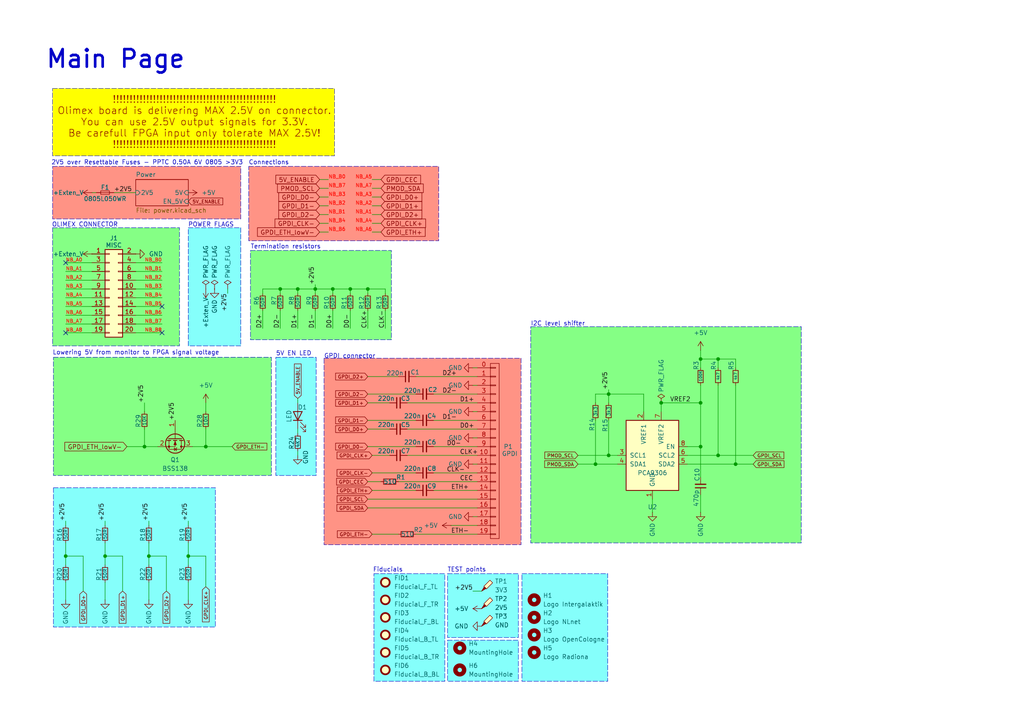
<source format=kicad_sch>
(kicad_sch (version 20250114) (generator "eeschema") (generator_version "9.0")
  (paper "A4")
  (title_block (title "${project_name} ${project_version}") (date "2024-12-02") (rev "${project_version}") (company "${project_creator}") (comment 1 "${project_license}"))
  (rectangle (start 15.494 141.478) (end 62.484 181.864) (stroke (width 0.127) (type dash)) (fill (type color) (color 0 255 246 0.48)))
  (rectangle (start 93.98 103.886) (end 151.13 157.988) (stroke (width 0.127) (type dash)) (fill (type color) (color 255 30 0 0.48)))
  (rectangle (start 15.494 103.632) (end 78.74 137.922) (stroke (width 0.127) (type dash)) (fill (type color) (color 2 255 0 0.48)))
  (rectangle (start 108.458 166.37) (end 129.032 197.612) (stroke (width 0.127) (type dash)) (fill (type color) (color 0 255 246 0.48)))
  (rectangle (start 151.384 166.37) (end 176.276 197.612) (stroke (width 0.127) (type dash)) (fill (type color) (color 0 255 246 0.48)))
  (rectangle (start 80.01 103.632) (end 91.694 137.922) (stroke (width 0.127) (type dash)) (fill (type color) (color 0 255 246 0.48)))
  (rectangle (start 15.24 48.26) (end 69.85 63.5) (stroke (width 0.127) (type dash)) (fill (type color) (color 255 30 0 0.48)))
  (rectangle (start 15.24 66.04) (end 52.07 100.33) (stroke (width 0.127) (type dash)) (fill (type color) (color 2 255 0 0.48)))
  (rectangle (start 72.136 48.26) (end 127.254 69.85) (stroke (width 0.127) (type dash)) (fill (type color) (color 255 30 0 0.48)))
  (rectangle (start 129.794 185.674) (end 150.368 197.612) (stroke (width 0.127) (type dash)) (fill (type color) (color 0 255 246 0.48)))
  (rectangle (start 153.924 94.742) (end 232.41 157.48) (stroke (width 0.127) (type dash)) (fill (type color) (color 2 255 0 0.48)))
  (rectangle (start 129.794 166.37) (end 150.368 184.912) (stroke (width 0.127) (type dash)) (fill (type color) (color 0 255 246 0.48)))
  (rectangle (start 54.61 66.04) (end 69.85 100.33) (stroke (width 0.127) (type dash)) (fill (type color) (color 0 255 246 0.48)))
  (rectangle (start 72.644 72.644) (end 113.538 98.552) (stroke (width 0.127) (type dash)) (fill (type color) (color 2 255 0 0.48)))
  (rectangle (start 15.24 25.654) (end 97.028 45.212) (stroke (width 0.127) (type dash)) (fill (type color) (color 255 255 0 1)))
  (text "TEST points" (at 135.382 165.354 0) (effects (font (size 1.27 1.27))))
  (text "POWER FLAGS" (at 61.214 65.278 0) (effects (font (size 1.27 1.27))))
  (text "2V5 over Resettable Fuses - PPTC 0.50A 6V 0805 >3V3 " (at 43.18 47.244 0) (effects (font (size 1.27 1.27))))
  (text "!!!!!!!!!!!!!!!!!!!!!!!!!!!!!!!!!!!!!!!!!!!!!!!!!\nOlimex board is delivering MAX 2.5V on connector.\nYou can use 2.5V output signals for 3.3V.\nBe carefull FPGA input only tolerate MAX 2.5V!\n!!!!!!!!!!!!!!!!!!!!!!!!!!!!!!!!!!!!!!!!!!!!!!!!!" (at 56.388 35.56 0) (effects (font (size 2.032 2.032))))
  (text "Termination resistors" (at 72.644 72.39 0) (effects (font (size 1.27 1.27)) (justify left bottom)))
  (text "GPDI connector" (at 93.98 104.14 0) (effects (font (size 1.27 1.27)) (justify left bottom)))
  (text "Fiducials" (at 112.522 165.354 0) (effects (font (size 1.27 1.27))))
  (text "I2C level shifter" (at 153.924 94.742 0) (effects (font (size 1.27 1.27)) (justify left bottom)))
  (text "Lowering 5V from monitor to FPGA signal voltage" (at 15.24 103.124 0) (effects (font (size 1.27 1.27)) (justify left bottom)))
  (text "OLIMEX CONNECTOR" (at 24.638 65.278 0) (effects (font (size 1.27 1.27))))
  (text "Connections" (at 77.978 47.244 0) (effects (font (size 1.27 1.27))))
  (text "5V EN LED" (at 80.01 103.378 0) (effects (font (size 1.27 1.27)) (justify left bottom)))
  (text "Main Page" (at 33.528 17.272 0) (effects (font (size 5.08 5.08) (thickness 0.762) (bold yes))))
  (junction (at 41.91 129.54))
  (junction (at 81.28 83.82))
  (junction (at 96.52 83.82))
  (junction (at 91.44 83.82))
  (junction (at 176.53 114.3))
  (junction (at 172.72 134.62))
  (junction (at 208.28 132.08))
  (junction (at 86.36 83.82))
  (junction (at 213.36 134.62))
  (junction (at 191.77 116.84))
  (junction (at 59.69 129.54))
  (junction (at 203.2 116.84))
  (junction (at 176.53 132.08))
  (junction (at 54.61 161.29))
  (junction (at 30.48 161.29))
  (junction (at 101.6 83.82))
  (junction (at 208.28 104.14))
  (junction (at 43.18 161.29))
  (junction (at 203.2 104.14))
  (junction (at 203.2 129.54))
  (junction (at 19.05 161.29))
  (junction (at 106.68 83.82))
  (no_connect (at 46.99 88.9))
  (no_connect (at 19.05 96.52))
  (no_connect (at 19.05 76.2))
  (no_connect (at 46.99 96.52))
  (wire (pts (xy 92.71 67.31) (xy 95.25 67.31)))
  (wire (pts (xy 106.68 147.32) (xy 138.43 147.32)))
  (wire (pts (xy 86.36 115.57) (xy 86.36 116.84)))
  (wire (pts (xy 106.68 90.17) (xy 106.68 95.25)))
  (wire (pts (xy 59.69 119.38) (xy 59.69 116.84)))
  (wire (pts (xy 208.28 106.68) (xy 208.28 104.14)))
  (wire (pts (xy 24.13 161.29) (xy 24.13 171.45)))
  (wire (pts (xy 92.71 54.61) (xy 95.25 54.61)))
  (wire (pts (xy 35.56 161.29) (xy 35.56 171.45)))
  (wire (pts (xy 91.44 90.17) (xy 91.44 95.25)))
  (wire (pts (xy 125.73 121.92) (xy 138.43 121.92)))
  (wire (pts (xy 107.95 59.69) (xy 110.49 59.69)))
  (wire (pts (xy 39.37 93.98) (xy 46.99 93.98)))
  (wire (pts (xy 33.02 55.88) (xy 39.37 55.88)))
  (wire (pts (xy 96.52 90.17) (xy 96.52 95.25)))
  (wire (pts (xy 76.2 83.82) (xy 81.28 83.82)))
  (wire (pts (xy 107.95 54.61) (xy 110.49 54.61)))
  (wire (pts (xy 39.37 88.9) (xy 46.99 88.9)))
  (wire (pts (xy 176.53 113.03) (xy 176.53 114.3)))
  (wire (pts (xy 107.95 154.94) (xy 115.57 154.94)))
  (wire (pts (xy 138.43 111.76) (xy 137.16 111.76)))
  (wire (pts (xy 59.69 161.29) (xy 59.69 170.18)))
  (wire (pts (xy 107.95 67.31) (xy 110.49 67.31)))
  (wire (pts (xy 208.28 111.76) (xy 208.28 132.08)))
  (wire (pts (xy 137.16 127) (xy 138.43 127)))
  (wire (pts (xy 115.57 139.7) (xy 138.43 139.7)))
  (wire (pts (xy 176.53 114.3) (xy 186.69 114.3)))
  (wire (pts (xy 203.2 143.51) (xy 203.2 148.59)))
  (wire (pts (xy 19.05 91.44) (xy 26.67 91.44)))
  (wire (pts (xy 138.43 149.86) (xy 137.16 149.86)))
  (wire (pts (xy 41.91 129.54) (xy 45.72 129.54)))
  (wire (pts (xy 48.26 161.29) (xy 48.26 171.45)))
  (wire (pts (xy 92.71 64.77) (xy 95.25 64.77)))
  (wire (pts (xy 54.61 152.4) (xy 54.61 151.13)))
  (wire (pts (xy 54.61 161.29) (xy 54.61 163.83)))
  (wire (pts (xy 120.65 109.22) (xy 138.43 109.22)))
  (wire (pts (xy 19.05 88.9) (xy 26.67 88.9)))
  (wire (pts (xy 96.52 85.09) (xy 96.52 83.82)))
  (wire (pts (xy 137.16 171.45) (xy 139.7 171.45)))
  (wire (pts (xy 59.69 129.54) (xy 67.31 129.54)))
  (wire (pts (xy 86.36 85.09) (xy 86.36 83.82)))
  (wire (pts (xy 107.95 132.08) (xy 113.03 132.08)))
  (wire (pts (xy 107.95 62.23) (xy 110.49 62.23)))
  (wire (pts (xy 81.28 90.17) (xy 81.28 95.25)))
  (wire (pts (xy 120.65 129.54) (xy 106.68 129.54)))
  (wire (pts (xy 43.18 168.91) (xy 43.18 173.99)))
  (wire (pts (xy 203.2 111.76) (xy 203.2 116.84)))
  (wire (pts (xy 19.05 83.82) (xy 26.67 83.82)))
  (wire (pts (xy 19.05 168.91) (xy 19.05 173.99)))
  (wire (pts (xy 101.6 83.82) (xy 106.68 83.82)))
  (wire (pts (xy 76.2 85.09) (xy 76.2 83.82)))
  (wire (pts (xy 41.91 124.46) (xy 41.91 129.54)))
  (wire (pts (xy 138.43 134.62) (xy 137.16 134.62)))
  (wire (pts (xy 106.68 139.7) (xy 110.49 139.7)))
  (wire (pts (xy 39.37 86.36) (xy 46.99 86.36)))
  (wire (pts (xy 39.37 83.82) (xy 46.99 83.82)))
  (wire (pts (xy 172.72 116.84) (xy 172.72 114.3)))
  (wire (pts (xy 125.73 137.16) (xy 138.43 137.16)))
  (wire (pts (xy 30.48 152.4) (xy 30.48 151.13)))
  (wire (pts (xy 191.77 116.84) (xy 191.77 119.38)))
  (wire (pts (xy 176.53 121.92) (xy 176.53 132.08)))
  (wire (pts (xy 106.68 85.09) (xy 106.68 83.82)))
  (wire (pts (xy 19.05 93.98) (xy 26.67 93.98)))
  (wire (pts (xy 101.6 90.17) (xy 101.6 95.25)))
  (wire (pts (xy 19.05 96.52) (xy 26.67 96.52)))
  (wire (pts (xy 120.65 154.94) (xy 138.43 154.94)))
  (wire (pts (xy 118.11 124.46) (xy 138.43 124.46)))
  (wire (pts (xy 91.44 82.55) (xy 91.44 83.82)))
  (wire (pts (xy 41.91 119.38) (xy 41.91 116.84)))
  (wire (pts (xy 55.88 129.54) (xy 59.69 129.54)))
  (wire (pts (xy 39.37 81.28) (xy 46.99 81.28)))
  (wire (pts (xy 125.73 129.54) (xy 138.43 129.54)))
  (wire (pts (xy 113.03 116.84) (xy 106.68 116.84)))
  (wire (pts (xy 39.37 91.44) (xy 46.99 91.44)))
  (wire (pts (xy 30.48 161.29) (xy 30.48 163.83)))
  (wire (pts (xy 36.83 129.54) (xy 41.91 129.54)))
  (wire (pts (xy 59.69 124.46) (xy 59.69 129.54)))
  (wire (pts (xy 138.43 119.38) (xy 137.16 119.38)))
  (wire (pts (xy 199.39 134.62) (xy 213.36 134.62)))
  (wire (pts (xy 118.11 132.08) (xy 138.43 132.08)))
  (wire (pts (xy 176.53 132.08) (xy 179.07 132.08)))
  (wire (pts (xy 43.18 152.4) (xy 43.18 151.13)))
  (wire (pts (xy 107.95 52.07) (xy 110.49 52.07)))
  (wire (pts (xy 39.37 76.2) (xy 46.99 76.2)))
  (wire (pts (xy 19.05 81.28) (xy 26.67 81.28)))
  (wire (pts (xy 48.26 161.29) (xy 43.18 161.29)))
  (wire (pts (xy 213.36 134.62) (xy 218.44 134.62)))
  (wire (pts (xy 91.44 83.82) (xy 91.44 85.09)))
  (wire (pts (xy 106.68 109.22) (xy 115.57 109.22)))
  (wire (pts (xy 81.28 85.09) (xy 81.28 83.82)))
  (wire (pts (xy 213.36 111.76) (xy 213.36 134.62)))
  (wire (pts (xy 86.36 124.46) (xy 86.36 125.73)))
  (wire (pts (xy 191.77 116.84) (xy 203.2 116.84)))
  (wire (pts (xy 39.37 96.52) (xy 46.99 96.52)))
  (wire (pts (xy 138.43 152.4) (xy 130.81 152.4)))
  (wire (pts (xy 59.69 161.29) (xy 54.61 161.29)))
  (wire (pts (xy 24.13 161.29) (xy 19.05 161.29)))
  (wire (pts (xy 92.71 57.15) (xy 95.25 57.15)))
  (wire (pts (xy 213.36 106.68) (xy 213.36 104.14)))
  (wire (pts (xy 19.05 157.48) (xy 19.05 161.29)))
  (wire (pts (xy 106.68 83.82) (xy 111.76 83.82)))
  (wire (pts (xy 138.43 106.68) (xy 137.16 106.68)))
  (wire (pts (xy 86.36 83.82) (xy 91.44 83.82)))
  (wire (pts (xy 203.2 116.84) (xy 203.2 129.54)))
  (wire (pts (xy 30.48 157.48) (xy 30.48 161.29)))
  (wire (pts (xy 176.53 114.3) (xy 176.53 116.84)))
  (wire (pts (xy 19.05 76.2) (xy 26.67 76.2)))
  (wire (pts (xy 213.36 104.14) (xy 208.28 104.14)))
  (wire (pts (xy 199.39 132.08) (xy 208.28 132.08)))
  (wire (pts (xy 54.61 168.91) (xy 54.61 173.99)))
  (wire (pts (xy 107.95 57.15) (xy 110.49 57.15)))
  (wire (pts (xy 66.04 83.82) (xy 66.04 85.09)))
  (wire (pts (xy 95.25 52.07) (xy 92.71 52.07)))
  (wire (pts (xy 111.76 90.17) (xy 111.76 95.25)))
  (wire (pts (xy 186.69 119.38) (xy 186.69 114.3)))
  (wire (pts (xy 107.95 137.16) (xy 120.65 137.16)))
  (wire (pts (xy 26.67 55.88) (xy 27.94 55.88)))
  (wire (pts (xy 189.23 148.59) (xy 189.23 144.78)))
  (wire (pts (xy 107.95 64.77) (xy 110.49 64.77)))
  (wire (pts (xy 54.61 157.48) (xy 54.61 161.29)))
  (wire (pts (xy 91.44 83.82) (xy 96.52 83.82)))
  (wire (pts (xy 172.72 121.92) (xy 172.72 134.62)))
  (wire (pts (xy 208.28 104.14) (xy 203.2 104.14)))
  (wire (pts (xy 86.36 130.81) (xy 86.36 132.08)))
  (wire (pts (xy 172.72 134.62) (xy 179.07 134.62)))
  (wire (pts (xy 92.71 59.69) (xy 95.25 59.69)))
  (wire (pts (xy 106.68 121.92) (xy 120.65 121.92)))
  (wire (pts (xy 120.65 114.3) (xy 106.68 114.3)))
  (wire (pts (xy 199.39 129.54) (xy 203.2 129.54)))
  (wire (pts (xy 39.37 78.74) (xy 46.99 78.74)))
  (wire (pts (xy 81.28 83.82) (xy 86.36 83.82)))
  (wire (pts (xy 106.68 144.78) (xy 138.43 144.78)))
  (wire (pts (xy 101.6 85.09) (xy 101.6 83.82)))
  (wire (pts (xy 203.2 129.54) (xy 203.2 138.43)))
  (wire (pts (xy 125.73 114.3) (xy 138.43 114.3)))
  (wire (pts (xy 172.72 114.3) (xy 176.53 114.3)))
  (wire (pts (xy 203.2 101.6) (xy 203.2 104.14)))
  (wire (pts (xy 76.2 90.17) (xy 76.2 95.25)))
  (wire (pts (xy 167.64 134.62) (xy 172.72 134.62)))
  (wire (pts (xy 30.48 168.91) (xy 30.48 173.99)))
  (wire (pts (xy 35.56 161.29) (xy 30.48 161.29)))
  (wire (pts (xy 111.76 83.82) (xy 111.76 85.09)))
  (wire (pts (xy 19.05 78.74) (xy 26.67 78.74)))
  (wire (pts (xy 118.11 116.84) (xy 138.43 116.84)))
  (wire (pts (xy 19.05 86.36) (xy 26.67 86.36)))
  (wire (pts (xy 86.36 90.17) (xy 86.36 95.25)))
  (wire (pts (xy 125.73 142.24) (xy 138.43 142.24)))
  (wire (pts (xy 107.95 142.24) (xy 120.65 142.24)))
  (wire (pts (xy 19.05 152.4) (xy 19.05 151.13)))
  (wire (pts (xy 43.18 161.29) (xy 43.18 163.83)))
  (wire (pts (xy 167.64 132.08) (xy 176.53 132.08)))
  (wire (pts (xy 43.18 157.48) (xy 43.18 161.29)))
  (wire (pts (xy 203.2 104.14) (xy 203.2 106.68)))
  (wire (pts (xy 19.05 161.29) (xy 19.05 163.83)))
  (wire (pts (xy 208.28 132.08) (xy 218.44 132.08)))
  (wire (pts (xy 96.52 83.82) (xy 101.6 83.82)))
  (wire (pts (xy 92.71 62.23) (xy 95.25 62.23)))
  (wire (pts (xy 113.03 124.46) (xy 106.68 124.46)))
  (label "NB_A2" (at 107.95 59.69 180) (effects (font (size 1.016 1.016))))
  (label "NB_B4" (at 95.25 64.77 0) (effects (font (size 1.016 1.016))))
  (label "CLK+" (at 133.35 132.08 0))
  (label "D2+" (at 76.2 95.25 90))
  (label "D1-" (at 91.44 95.25 90))
  (label "NB_B5" (at 46.99 88.9 180) (effects (font (size 1.016 1.016))))
  (label "D1+" (at 86.36 95.25 90))
  (label "NB_A7" (at 19.05 93.98 0) (effects (font (size 1.016 1.016))))
  (label "+2V5" (at 19.05 151.13 90))
  (label "NB_B4" (at 46.99 86.36 180) (effects (font (size 1.016 1.016))))
  (label "NB_A8" (at 19.05 96.52 0) (effects (font (size 1.016 1.016))))
  (label "+2V5" (at 54.61 151.13 90))
  (label "D1-" (at 128.27 121.92 0))
  (label "ETH-" (at 130.81 154.94 0))
  (label "NB_B7" (at 95.25 54.61 0) (effects (font (size 1.016 1.016))))
  (label "+2V5" (at 43.18 151.13 90))
  (label "D2+" (at 128.27 109.22 0))
  (label "D0-" (at 129.54 129.54 0))
  (label "CEC" (at 133.35 139.7 0))
  (label "NB_B6" (at 95.25 67.31 0) (effects (font (size 1.016 1.016))))
  (label "D0-" (at 101.6 95.25 90))
  (label "+2V5" (at 91.44 82.55 90))
  (label "NB_B8" (at 46.99 96.52 180) (effects (font (size 1.016 1.016))))
  (label "+2V5" (at 176.53 113.03 90))
  (label "NB_A6" (at 19.05 91.44 0) (effects (font (size 1.016 1.016))))
  (label "NB_A7" (at 107.95 54.61 180) (effects (font (size 1.016 1.016))))
  (label "NB_A5" (at 19.05 88.9 0) (effects (font (size 1.016 1.016))))
  (label "D2-" (at 128.27 114.3 0))
  (label "NB_A2" (at 19.05 81.28 0) (effects (font (size 1.016 1.016))))
  (label "NB_A6" (at 107.95 67.31 180) (effects (font (size 1.016 1.016))))
  (label "NB_A4" (at 107.95 64.77 180) (effects (font (size 1.016 1.016))))
  (label "+2V5" (at 41.91 116.84 90))
  (label "NB_A3" (at 107.95 57.15 180) (effects (font (size 1.016 1.016))))
  (label "NB_B2" (at 46.99 81.28 180) (effects (font (size 1.016 1.016))))
  (label "NB_B6" (at 46.99 91.44 180) (effects (font (size 1.016 1.016))))
  (label "NB_B7" (at 46.99 93.98 180) (effects (font (size 1.016 1.016))))
  (label "+2V5" (at 66.04 85.09 270))
  (label "NB_B3" (at 95.25 57.15 0) (effects (font (size 1.016 1.016))))
  (label "VREF2" (at 194.31 116.84 0))
  (label "D1+" (at 133.35 116.84 0))
  (label "NB_A1" (at 19.05 78.74 0) (effects (font (size 1.016 1.016))))
  (label "+2V5" (at 33.02 55.88 0))
  (label "NB_B1" (at 46.99 78.74 180) (effects (font (size 1.016 1.016))))
  (label "NB_A4" (at 19.05 86.36 0) (effects (font (size 1.016 1.016))))
  (label "NB_B3" (at 46.99 83.82 180) (effects (font (size 1.016 1.016))))
  (label "+2V5" (at 50.8 121.92 90))
  (label "NB_B2" (at 95.25 59.69 0) (effects (font (size 1.016 1.016))))
  (label "D0+" (at 96.52 95.25 90))
  (label "NB_A3" (at 19.05 83.82 0) (effects (font (size 1.016 1.016))))
  (label "ETH+" (at 130.81 142.24 0))
  (label "CLK-" (at 129.54 137.16 0))
  (label "CLK+" (at 106.68 95.25 90))
  (label "NB_B1" (at 95.25 62.23 0) (effects (font (size 1.016 1.016))))
  (label "D2-" (at 81.28 95.25 90))
  (label "+2V5" (at 30.48 151.13 90))
  (label "NB_A1" (at 107.95 62.23 180) (effects (font (size 1.016 1.016))))
  (label "+2V5" (at 137.16 171.45 180))
  (label "D0+" (at 133.35 124.46 0))
  (label "CLK-" (at 111.76 95.25 90))
  (label "NB_B0" (at 46.99 76.2 180) (effects (font (size 1.016 1.016))))
  (label "NB_B0" (at 95.25 52.07 0) (effects (font (size 1.016 1.016))))
  (label "NB_A0" (at 19.05 76.2 0) (effects (font (size 1.016 1.016))))
  (label "NB_A5" (at 107.95 52.07 180) (effects (font (size 1.016 1.016))))
  (global_label "GPDI_CLK-" (shape input) (at 92.71 64.77 180) (property "Intersheetrefs" "${INTERSHEET_REFS}" (effects (hide yes))))
  (global_label "GPDI_D2-" (shape input) (at 106.68 114.3 180) (effects (font (size 1 1))) (property "Intersheetrefs" "${INTERSHEET_REFS}" (effects (hide yes))))
  (global_label "GPDI_SCL" (shape input) (at 218.44 132.08 0) (effects (font (size 1 1))) (property "Intersheetrefs" "${INTERSHEET_REFS}" (effects (hide yes))))
  (global_label "GPDI_D1+" (shape input) (at 106.68 116.84 180) (effects (font (size 1 1))) (property "Intersheetrefs" "${INTERSHEET_REFS}" (effects (hide yes))))
  (global_label "GPDI_ETH+" (shape input) (at 107.95 142.24 180) (effects (font (size 1 1))) (property "Intersheetrefs" "${INTERSHEET_REFS}" (effects (hide yes))))
  (global_label "GPDI_CLK+" (shape input) (at 107.95 132.08 180) (effects (font (size 1 1))) (property "Intersheetrefs" "${INTERSHEET_REFS}" (effects (hide yes))))
  (global_label "GPDI_D2-" (shape input) (at 92.71 62.23 180) (property "Intersheetrefs" "${INTERSHEET_REFS}" (effects (hide yes))))
  (global_label "GPDI_SDA" (shape input) (at 218.44 134.62 0) (effects (font (size 1 1))) (property "Intersheetrefs" "${INTERSHEET_REFS}" (effects (hide yes))))
  (global_label "GPDI_D2+" (shape input) (at 48.26 171.45 270) (effects (font (size 1 1))) (property "Intersheetrefs" "${INTERSHEET_REFS}" (effects (hide yes))))
  (global_label "GPDI_D1+" (shape input) (at 35.56 171.45 270) (effects (font (size 1 1))) (property "Intersheetrefs" "${INTERSHEET_REFS}" (effects (hide yes))))
  (global_label "GPDI_D1-" (shape input) (at 106.68 121.92 180) (effects (font (size 1 1))) (property "Intersheetrefs" "${INTERSHEET_REFS}" (effects (hide yes))))
  (global_label "5V_ENABLE" (shape input) (at 54.61 58.42 0) (effects (font (size 1 1))) (property "Intersheetrefs" "${INTERSHEET_REFS}" (effects (hide yes))))
  (global_label "GPDI_ETH-" (shape input) (at 67.31 129.54 0) (effects (font (size 1 1))) (property "Intersheetrefs" "${INTERSHEET_REFS}" (effects (hide yes))))
  (global_label "GPDI_CEC" (shape input) (at 106.68 139.7 180) (effects (font (size 1 1))) (property "Intersheetrefs" "${INTERSHEET_REFS}" (effects (hide yes))))
  (global_label "PMOD_SCL" (shape input) (at 167.64 132.08 180) (effects (font (size 1 1))) (property "Intersheetrefs" "${INTERSHEET_REFS}" (effects (hide yes))))
  (global_label "GPDI_D1+" (shape input) (at 110.49 59.69 0) (property "Intersheetrefs" "${INTERSHEET_REFS}" (effects (hide yes))))
  (global_label "GPDI_CEC" (shape input) (at 110.49 52.07 0) (property "Intersheetrefs" "${INTERSHEET_REFS}" (effects (hide yes))))
  (global_label "GPDI_D0-" (shape input) (at 106.68 129.54 180) (effects (font (size 1 1))) (property "Intersheetrefs" "${INTERSHEET_REFS}" (effects (hide yes))))
  (global_label "5V_ENABLE" (shape input) (at 86.36 115.57 90) (effects (font (size 1 1))) (property "Intersheetrefs" "${INTERSHEET_REFS}" (effects (hide yes))))
  (global_label "GPDI_CLK+" (shape input) (at 59.69 170.18 270) (effects (font (size 1 1))) (property "Intersheetrefs" "${INTERSHEET_REFS}" (effects (hide yes))))
  (global_label "GPDI_D0+" (shape input) (at 106.68 124.46 180) (effects (font (size 1 1))) (property "Intersheetrefs" "${INTERSHEET_REFS}" (effects (hide yes))))
  (global_label "GPDI_ETH-" (shape input) (at 107.95 154.94 180) (effects (font (size 1 1))) (property "Intersheetrefs" "${INTERSHEET_REFS}" (effects (hide yes))))
  (global_label "GPDI_SCL" (shape input) (at 106.68 144.78 180) (effects (font (size 1 1))) (property "Intersheetrefs" "${INTERSHEET_REFS}" (effects (hide yes))))
  (global_label "GPDI_D0+" (shape input) (at 110.49 57.15 0) (property "Intersheetrefs" "${INTERSHEET_REFS}" (effects (hide yes))))
  (global_label "GPDI_D0-" (shape input) (at 92.71 57.15 180) (property "Intersheetrefs" "${INTERSHEET_REFS}" (effects (hide yes))))
  (global_label "PMOD_SDA" (shape input) (at 110.49 54.61 0) (property "Intersheetrefs" "${INTERSHEET_REFS}" (effects (hide yes))))
  (global_label "PMOD_SDA" (shape input) (at 167.64 134.62 180) (effects (font (size 1 1))) (property "Intersheetrefs" "${INTERSHEET_REFS}" (effects (hide yes))))
  (global_label "GPDI_D2+" (shape input) (at 110.49 62.23 0) (property "Intersheetrefs" "${INTERSHEET_REFS}" (effects (hide yes))))
  (global_label "GPDI_CLK-" (shape input) (at 107.95 137.16 180) (effects (font (size 1 1))) (property "Intersheetrefs" "${INTERSHEET_REFS}" (effects (hide yes))))
  (global_label "PMOD_SCL" (shape input) (at 92.71 54.61 180) (property "Intersheetrefs" "${INTERSHEET_REFS}" (effects (hide yes))))
  (global_label "GPDI_CLK+" (shape input) (at 110.49 64.77 0) (property "Intersheetrefs" "${INTERSHEET_REFS}" (effects (hide yes))))
  (global_label "GPDI_D0+" (shape input) (at 24.13 171.45 270) (effects (font (size 1 1))) (property "Intersheetrefs" "${INTERSHEET_REFS}" (effects (hide yes))))
  (global_label "GPDI_SDA" (shape input) (at 106.68 147.32 180) (effects (font (size 1 1))) (property "Intersheetrefs" "${INTERSHEET_REFS}" (effects (hide yes))))
  (global_label "GPDI_ETH_lowV-" (shape input) (at 92.71 67.31 180) (property "Intersheetrefs" "${INTERSHEET_REFS}" (effects (hide yes))))
  (global_label "GPDI_ETH_lowV-" (shape input) (at 36.83 129.54 180) (property "Intersheetrefs" "${INTERSHEET_REFS}" (effects (hide yes))))
  (global_label "GPDI_ETH+" (shape input) (at 110.49 67.31 0) (property "Intersheetrefs" "${INTERSHEET_REFS}" (effects (hide yes))))
  (global_label "GPDI_D2+" (shape input) (at 106.68 109.22 180) (effects (font (size 1 1))) (property "Intersheetrefs" "${INTERSHEET_REFS}" (effects (hide yes))))
  (global_label "5V_ENABLE" (shape input) (at 92.71 52.07 180) (property "Intersheetrefs" "${INTERSHEET_REFS}" (effects (hide yes))))
  (global_label "GPDI_D1-" (shape input) (at 92.71 59.69 180) (property "Intersheetrefs" "${INTERSHEET_REFS}" (effects (hide yes))))
  (symbol (lib_id "Interface:PCA9306") (at 189.23 132.08 0) (unit 1)
    (property "Reference" "U1" (at 189.23 147.0406 0))
    (property "Value" "PCA9306" (at 189.23 137.16 0))
    (property "Footprint" "Package_SO:SSOP-8_2.95x2.8mm_P0.65mm" (effects (hide yes)))
    (property "Datasheet" "http://www.ti.com/lit/ds/symlink/pca9306.pdf" (effects (hide yes)))
    (property "Mouser" "https://hr.mouser.com/ProductDetail/NXP-Semiconductors/PCA9306DC1125?qs=%2Fha2pyFadujsM6%2FXSsLv3WEjAzBZyfPCrGhhHVyXfdU%3D" (effects (hide yes)))
    (instances (project "GPDI_ULX3S" (path "" (reference "U2") (unit 1))) (project "" (path "" (reference "U1") (unit 1))))
  )
  (symbol (lib_id "Device:R_Small") (at 43.18 154.94 180) (unit 1)
    (property "Reference" "R18" (at 41.402 153.162 90) (effects (justify left)))
    (property "Value" "50R" (at 43.18 153.416 90) (effects (font (size 1 1)) (justify left)))
    (property "Footprint" "Resistor_SMD:R_0402_1005Metric" (effects (hide yes)))
    (property "Description" "Resistor, small symbol" (effects (hide yes)))
    (property "MPN" " RC0603FR-071K1L" (effects (hide yes)))
    (property "Mouser" "603-RC0603FR-071K1L" (effects (hide yes)))
  )
  (symbol (lib_id "Mechanical:Fiducial") (at 111.76 189.23 0) (unit 1) (exclude_from_sim yes) (in_bom no)
    (property "Reference" "FID5" (at 114.3 187.9599 0) (effects (justify left)))
    (property "Value" "Fiducial_B_TR" (at 114.3 190.4999 0) (effects (justify left)))
    (property "Footprint" "Fiducial:Fiducial_0.5mm_Mask1mm" (effects (hide yes)))
    (property "Description" "Fiducial Marker" (effects (hide yes)))
  )
  (symbol (lib_id "Device:R_Small") (at 208.28 109.22 180) (unit 1)
    (property "Reference" "R4" (at 207.01 104.648 90) (effects (justify left)))
    (property "Value" "4k7" (at 208.28 107.95 90) (effects (font (size 0.8 0.8)) (justify left)))
    (property "Footprint" "Resistor_SMD:R_0402_1005Metric" (effects (hide yes)))
    (property "Description" "Resistor, small symbol" (effects (hide yes)))
    (property "MPN" " RC0603FR-071K1L" (effects (hide yes)))
    (property "Mouser" "603-RC0603FR-071K1L" (effects (hide yes)))
  )
  (symbol (lib_id "power:GND") (at 137.16 119.38 270) (unit 1)
    (property "Reference" "#PWR03" (effects (hide yes)))
    (property "Value" "GND" (at 132.08 119.38 90))
    (property "Description" "Power symbol creates a global label with name \"GND\" , ground" (effects (hide yes)))
  )
  (symbol (lib_id "Connector:TestPoint_Probe") (at 139.7 171.45 0) (unit 1)
    (property "Reference" "TP1" (at 143.51 168.5924 0) (effects (justify left)))
    (property "Value" "3V3" (at 143.51 171.1324 0) (effects (justify left)))
    (property "Footprint" "TestPoint:TestPoint_Pad_D1.0mm" (effects (hide yes)))
    (property "Description" "test point (alternative probe-style design)" (effects (hide yes)))
  )
  (symbol (lib_id "Connector:TestPoint_Probe") (at 139.7 176.53 0) (unit 1)
    (property "Reference" "TP2" (at 143.51 173.6724 0) (effects (justify left)))
    (property "Value" "2V5" (at 143.51 176.2124 0) (effects (justify left)))
    (property "Footprint" "TestPoint:TestPoint_Pad_D1.0mm" (effects (hide yes)))
    (property "Description" "test point (alternative probe-style design)" (effects (hide yes)))
  )
  (symbol (lib_id "Device:R_Small") (at 19.05 154.94 180) (unit 1)
    (property "Reference" "R16" (at 17.272 153.162 90) (effects (justify left)))
    (property "Value" "50R" (at 19.05 153.416 90) (effects (font (size 1 1)) (justify left)))
    (property "Footprint" "Resistor_SMD:R_0402_1005Metric" (effects (hide yes)))
    (property "Description" "Resistor, small symbol" (effects (hide yes)))
    (property "MPN" " RC0603FR-071K1L" (effects (hide yes)))
    (property "Mouser" "603-RC0603FR-071K1L" (effects (hide yes)))
  )
  (symbol (lib_id "power:GND") (at 62.23 83.82 0) (unit 1)
    (property "Reference" "#PWR013" (effects (hide yes)))
    (property "Value" "GND" (at 62.23 88.9 90))
    (property "Description" "Power symbol creates a global label with name \"GND\" , ground" (effects (hide yes)))
  )
  (symbol (lib_id "Device:C_Small") (at 203.2 140.97 180) (unit 1)
    (property "Reference" "C10" (at 202.184 137.668 90))
    (property "Value" "470p" (at 201.93 144.526 90))
    (property "Footprint" "Capacitor_SMD:C_0402_1005Metric" (effects (hide yes)))
    (property "Description" "Unpolarized capacitor, small symbol" (effects (hide yes)))
  )
  (symbol (lib_id "Device:R_Small") (at 118.11 154.94 90) (unit 1)
    (property "Reference" "R2" (at 122.682 153.67 90) (effects (justify left)))
    (property "Value" "510" (at 120.142 154.94 90) (effects (justify left)))
    (property "Footprint" "Resistor_SMD:R_0402_1005Metric" (effects (hide yes)))
    (property "Description" "Resistor, small symbol" (effects (hide yes)))
    (property "MPN" " RC0603FR-071K1L" (effects (hide yes)))
    (property "Mouser" "603-RC0603FR-071K1L" (effects (hide yes)))
  )
  (symbol (lib_id "Device:R_Small") (at 54.61 166.37 180) (unit 1)
    (property "Reference" "R23" (at 52.832 164.592 90) (effects (justify left)))
    (property "Value" "50R" (at 54.61 164.846 90) (effects (font (size 1 1)) (justify left)))
    (property "Footprint" "Resistor_SMD:R_0402_1005Metric" (effects (hide yes)))
    (property "Description" "Resistor, small symbol" (effects (hide yes)))
    (property "MPN" " RC0603FR-071K1L" (effects (hide yes)))
    (property "Mouser" "603-RC0603FR-071K1L" (effects (hide yes)))
  )
  (symbol (lib_id "power:GND") (at 137.16 111.76 270) (unit 1)
    (property "Reference" "#PWR02" (effects (hide yes)))
    (property "Value" "GND" (at 132.08 111.76 90))
    (property "Description" "Power symbol creates a global label with name \"GND\" , ground" (effects (hide yes)))
  )
  (symbol (lib_id "Device:R_Small") (at 101.6 87.63 180) (unit 1)
    (property "Reference" "R11" (at 99.822 85.852 90) (effects (justify left)))
    (property "Value" "50R" (at 101.6 86.106 90) (effects (font (size 1 1)) (justify left)))
    (property "Footprint" "Resistor_SMD:R_0402_1005Metric" (effects (hide yes)))
    (property "Description" "Resistor, small symbol" (effects (hide yes)))
    (property "MPN" " RC0603FR-071K1L" (effects (hide yes)))
    (property "Mouser" "603-RC0603FR-071K1L" (effects (hide yes)))
  )
  (symbol (lib_id "power:GND") (at 54.61 173.99 0) (unit 1)
    (property "Reference" "#PWR020" (effects (hide yes)))
    (property "Value" "GND" (at 54.61 179.07 90))
    (property "Description" "Power symbol creates a global label with name \"GND\" , ground" (effects (hide yes)))
  )
  (symbol (lib_name "+5V_1") (lib_id "power:+5V") (at 54.61 55.88 270) (unit 1)
    (property "Reference" "#PWR07" (effects (hide yes)))
    (property "Value" "+5V" (at 58.42 55.8799 90) (effects (justify left)))
    (property "Description" "Power symbol creates a global label with name \"+5V\"" (effects (hide yes)))
  )
  (symbol (lib_id "Mechanical:MountingHole") (at 154.94 173.99 0) (unit 1) (exclude_from_sim yes) (in_bom no)
    (property "Reference" "H1" (at 157.48 172.7199 0) (effects (justify left)))
    (property "Value" "Logo Intergalaktik" (at 157.48 175.2599 0) (effects (justify left)))
    (property "Footprint" "intergalaktik:intergalaktik" (effects (hide yes)))
    (property "Description" "Mounting Hole without connection" (effects (hide yes)))
  )
  (symbol (lib_id "Device:C_Small") (at 115.57 132.08 90) (unit 1)
    (property "Reference" "C7" (at 117.602 130.81 90))
    (property "Value" "220n" (at 112.014 130.81 90))
    (property "Footprint" "Capacitor_SMD:C_0402_1005Metric" (effects (hide yes)))
    (property "Description" "Unpolarized capacitor, small symbol" (effects (hide yes)))
  )
  (symbol (lib_id "GPDI:HDMI-D") (at 143.51 130.81 0) (unit 1)
    (property "Reference" "P1" (at 146.05 129.5399 0) (effects (justify left)))
    (property "Value" "GPDI" (at 145.542 131.572 0) (effects (justify left)))
    (property "Footprint" "conn-fci:CONN-10029449-111RLF" (effects (hide yes)))
    (property "Description" "HDMI-D" (effects (hide yes)))
  )
  (symbol (lib_id "Device:R_Small") (at 43.18 166.37 180) (unit 1)
    (property "Reference" "R22" (at 41.402 164.592 90) (effects (justify left)))
    (property "Value" "50R" (at 43.18 164.846 90) (effects (font (size 1 1)) (justify left)))
    (property "Footprint" "Resistor_SMD:R_0402_1005Metric" (effects (hide yes)))
    (property "Description" "Resistor, small symbol" (effects (hide yes)))
    (property "MPN" " RC0603FR-071K1L" (effects (hide yes)))
    (property "Mouser" "603-RC0603FR-071K1L" (effects (hide yes)))
  )
  (symbol (lib_name "+5V_1") (lib_id "power:+5V") (at 203.2 101.6 0) (unit 1)
    (property "Reference" "#PWR014" (effects (hide yes)))
    (property "Value" "+5V" (at 203.2 96.52 0))
    (property "Description" "Power symbol creates a global label with name \"+5V\"" (effects (hide yes)))
  )
  (symbol (lib_id "power:GND") (at 139.7 181.61 270) (unit 1)
    (property "Reference" "#PWR024" (effects (hide yes)))
    (property "Value" "GND" (at 135.89 181.6099 90) (effects (justify right)))
    (property "Description" "Power symbol creates a global label with name \"GND\" , ground" (effects (hide yes)))
  )
  (symbol (lib_id "Device:R_Small") (at 86.36 87.63 180) (unit 1)
    (property "Reference" "R8" (at 84.582 85.852 90) (effects (justify left)))
    (property "Value" "50R" (at 86.36 86.106 90) (effects (font (size 1 1)) (justify left)))
    (property "Footprint" "Resistor_SMD:R_0402_1005Metric" (effects (hide yes)))
    (property "Description" "Resistor, small symbol" (effects (hide yes)))
    (property "MPN" " RC0603FR-071K1L" (effects (hide yes)))
    (property "Mouser" "603-RC0603FR-071K1L" (effects (hide yes)))
  )
  (symbol (lib_id "power:GND") (at 189.23 148.59 0) (unit 1)
    (property "Reference" "#PWR015" (effects (hide yes)))
    (property "Value" "GND" (at 189.23 153.67 90))
    (property "Description" "Power symbol creates a global label with name \"GND\" , ground" (effects (hide yes)))
  )
  (symbol (lib_id "power:GND") (at 137.16 106.68 270) (unit 1)
    (property "Reference" "#PWR01" (effects (hide yes)))
    (property "Value" "GND" (at 132.08 106.68 90))
    (property "Description" "Power symbol creates a global label with name \"GND\" , ground" (effects (hide yes)))
  )
  (symbol (lib_id "Device:R_Small") (at 30.48 166.37 180) (unit 1)
    (property "Reference" "R21" (at 28.702 164.592 90) (effects (justify left)))
    (property "Value" "50R" (at 30.48 164.846 90) (effects (font (size 1 1)) (justify left)))
    (property "Footprint" "Resistor_SMD:R_0402_1005Metric" (effects (hide yes)))
    (property "Description" "Resistor, small symbol" (effects (hide yes)))
    (property "MPN" " RC0603FR-071K1L" (effects (hide yes)))
    (property "Mouser" "603-RC0603FR-071K1L" (effects (hide yes)))
  )
  (symbol (lib_id "Device:C_Small") (at 118.11 109.22 90) (unit 1)
    (property "Reference" "C1" (at 120.396 107.95 90))
    (property "Value" "220n" (at 114.554 108.204 90))
    (property "Footprint" "Capacitor_SMD:C_0402_1005Metric" (effects (hide yes)))
    (property "Description" "Unpolarized capacitor, small symbol" (effects (hide yes)))
  )
  (symbol (lib_id "Device:C_Small") (at 123.19 137.16 90) (unit 1)
    (property "Reference" "C8" (at 125.222 135.89 90))
    (property "Value" "220n" (at 119.634 135.89 90))
    (property "Footprint" "Capacitor_SMD:C_0402_1005Metric" (effects (hide yes)))
    (property "Description" "Unpolarized capacitor, small symbol" (effects (hide yes)))
  )
  (symbol (lib_id "Device:R_Small") (at 106.68 87.63 180) (unit 1)
    (property "Reference" "R12" (at 104.902 85.852 90) (effects (justify left)))
    (property "Value" "50R" (at 106.68 86.106 90) (effects (font (size 1 1)) (justify left)))
    (property "Footprint" "Resistor_SMD:R_0402_1005Metric" (effects (hide yes)))
    (property "Description" "Resistor, small symbol" (effects (hide yes)))
    (property "MPN" " RC0603FR-071K1L" (effects (hide yes)))
    (property "Mouser" "603-RC0603FR-071K1L" (effects (hide yes)))
  )
  (symbol (lib_id "Device:R_Small") (at 41.91 121.92 180) (unit 1)
    (property "Reference" "R29" (at 40.132 120.142 90) (effects (justify left)))
    (property "Value" "10K" (at 41.91 120.396 90) (effects (font (size 1 1)) (justify left)))
    (property "Footprint" "Resistor_SMD:R_0402_1005Metric" (effects (hide yes)))
    (property "Description" "Resistor, small symbol" (effects (hide yes)))
    (property "MPN" " RC0603FR-071K1L" (effects (hide yes)))
    (property "Mouser" "603-RC0603FR-071K1L" (effects (hide yes)))
  )
  (symbol (lib_id "Transistor_FET:BSS138") (at 50.8 127 270) (unit 1)
    (property "Reference" "Q1" (at 50.8 133.35 90))
    (property "Value" "BSS138" (at 50.8 135.89 90))
    (property "Footprint" "Package_TO_SOT_SMD:SOT-23" (effects (hide yes)))
    (property "Datasheet" "https://www.onsemi.com/pub/Collateral/BSS138-D.PDF" (effects (hide yes)))
    (property "Description" "50V Vds, 0.22A Id, N-Channel MOSFET, SOT-23" (effects (hide yes)))
  )
  (symbol (lib_id "Device:LED") (at 86.36 120.65 90) (unit 1)
    (property "Reference" "D1" (at 86.36 118.11 90) (effects (justify right)))
    (property "Value" "LED" (at 83.82 118.872 0) (effects (justify right)))
    (property "Footprint" "LED_SMD:LED_0603_1608Metric" (effects (hide yes)))
    (property "Description" "Light emitting diode" (effects (hide yes)))
  )
  (symbol (lib_id "Device:C_Small") (at 115.57 116.84 90) (unit 1)
    (property "Reference" "C3" (at 117.602 115.57 90))
    (property "Value" "220n" (at 112.014 115.57 90))
    (property "Footprint" "Capacitor_SMD:C_0402_1005Metric" (effects (hide yes)))
    (property "Description" "Unpolarized capacitor, small symbol" (effects (hide yes)))
  )
  (symbol (lib_id "power:GND") (at 137.16 127 270) (unit 1)
    (property "Reference" "#PWR04" (effects (hide yes)))
    (property "Value" "GND" (at 132.08 127 90))
    (property "Description" "Power symbol creates a global label with name \"GND\" , ground" (effects (hide yes)))
  )
  (symbol (lib_id "power:GND") (at 203.2 148.59 0) (unit 1)
    (property "Reference" "#PWR016" (effects (hide yes)))
    (property "Value" "GND" (at 203.2 153.67 90))
    (property "Description" "Power symbol creates a global label with name \"GND\" , ground" (effects (hide yes)))
  )
  (symbol (lib_id "Device:R_Small") (at 30.48 154.94 180) (unit 1)
    (property "Reference" "R17" (at 28.702 153.162 90) (effects (justify left)))
    (property "Value" "50R" (at 30.48 153.416 90) (effects (font (size 1 1)) (justify left)))
    (property "Footprint" "Resistor_SMD:R_0402_1005Metric" (effects (hide yes)))
    (property "Description" "Resistor, small symbol" (effects (hide yes)))
    (property "MPN" " RC0603FR-071K1L" (effects (hide yes)))
    (property "Mouser" "603-RC0603FR-071K1L" (effects (hide yes)))
  )
  (symbol (lib_id "Device:C_Small") (at 115.57 124.46 90) (unit 1)
    (property "Reference" "C5" (at 117.602 123.19 90))
    (property "Value" "220n" (at 112.014 123.19 90))
    (property "Footprint" "Capacitor_SMD:C_0402_1005Metric" (effects (hide yes)))
    (property "Description" "Unpolarized capacitor, small symbol" (effects (hide yes)))
  )
  (symbol (lib_id "Device:R_Small") (at 19.05 166.37 180) (unit 1)
    (property "Reference" "R20" (at 17.272 164.592 90) (effects (justify left)))
    (property "Value" "50R" (at 19.05 164.846 90) (effects (font (size 1 1)) (justify left)))
    (property "Footprint" "Resistor_SMD:R_0402_1005Metric" (effects (hide yes)))
    (property "Description" "Resistor, small symbol" (effects (hide yes)))
    (property "MPN" " RC0603FR-071K1L" (effects (hide yes)))
    (property "Mouser" "603-RC0603FR-071K1L" (effects (hide yes)))
  )
  (symbol (lib_id "Device:R_Small") (at 113.03 139.7 90) (unit 1)
    (property "Reference" "R1" (at 117.602 138.43 90) (effects (justify left)))
    (property "Value" "510" (at 115.062 139.7 90) (effects (justify left)))
    (property "Footprint" "Resistor_SMD:R_0402_1005Metric" (effects (hide yes)))
    (property "Description" "Resistor, small symbol" (effects (hide yes)))
    (property "MPN" " RC0603FR-071K1L" (effects (hide yes)))
    (property "Mouser" "603-RC0603FR-071K1L" (effects (hide yes)))
  )
  (symbol (lib_id "Device:C_Small") (at 123.19 114.3 90) (unit 1)
    (property "Reference" "C2" (at 125.476 113.03 90))
    (property "Value" "220n" (at 119.634 113.284 90))
    (property "Footprint" "Capacitor_SMD:C_0402_1005Metric" (effects (hide yes)))
    (property "Description" "Unpolarized capacitor, small symbol" (effects (hide yes)))
  )
  (symbol (lib_id "power:+2V5") (at 139.7 176.53 90) (unit 1)
    (property "Reference" "#PWR023" (effects (hide yes)))
    (property "Value" "+5V" (at 135.89 176.5301 90) (effects (justify left)))
    (property "Description" "Power symbol creates a global label with name \"+2V5\"" (effects (hide yes)))
  )
  (symbol (lib_id "power:GND") (at 43.18 173.99 0) (unit 1)
    (property "Reference" "#PWR019" (effects (hide yes)))
    (property "Value" "GND" (at 43.18 179.07 90))
    (property "Description" "Power symbol creates a global label with name \"GND\" , ground" (effects (hide yes)))
  )
  (symbol (lib_id "Mechanical:Fiducial") (at 111.76 168.91 0) (unit 1) (exclude_from_sim yes) (in_bom no)
    (property "Reference" "FID1" (at 114.3 167.6399 0) (effects (justify left)))
    (property "Value" "Fiducial_F_TL" (at 114.3 170.1799 0) (effects (justify left)))
    (property "Footprint" "Fiducial:Fiducial_0.5mm_Mask1mm" (effects (hide yes)))
    (property "Description" "Fiducial Marker" (effects (hide yes)))
  )
  (symbol (lib_id "Device:C_Small") (at 123.19 121.92 90) (unit 1)
    (property "Reference" "C4" (at 125.222 120.65 90))
    (property "Value" "220n" (at 119.634 120.65 90))
    (property "Footprint" "Capacitor_SMD:C_0402_1005Metric" (effects (hide yes)))
    (property "Description" "Unpolarized capacitor, small symbol" (effects (hide yes)))
  )
  (symbol (lib_id "power:GND") (at 86.36 132.08 0) (unit 1)
    (property "Reference" "#PWR021" (effects (hide yes)))
    (property "Value" "GND" (at 88.646 132.588 90))
    (property "Description" "Power symbol creates a global label with name \"GND\" , ground" (effects (hide yes)))
  )
  (symbol (lib_id "Mechanical:MountingHole") (at 133.35 194.31 0) (unit 1) (exclude_from_sim yes) (in_bom no)
    (property "Reference" "H6" (at 135.89 193.0399 0) (effects (justify left)))
    (property "Value" "MountingHole" (at 135.89 195.5799 0) (effects (justify left)))
    (property "Footprint" "MountingHole:MountingHole_2.2mm_M2" (effects (hide yes)))
    (property "Description" "Mounting Hole without connection" (effects (hide yes)))
  )
  (symbol (lib_id "Mechanical:MountingHole") (at 154.94 189.23 0) (unit 1) (exclude_from_sim yes) (in_bom no)
    (property "Reference" "H5" (at 157.48 187.9599 0) (effects (justify left)))
    (property "Value" "Logo Radiona" (at 157.48 190.4999 0) (effects (justify left)))
    (property "Footprint" "radiona:radiona_small" (effects (hide yes)))
    (property "Description" "Mounting Hole without connection" (effects (hide yes)))
  )
  (symbol (lib_id "Device:R_Small") (at 81.28 87.63 180) (unit 1)
    (property "Reference" "R7" (at 79.502 85.852 90) (effects (justify left)))
    (property "Value" "50R" (at 81.28 86.106 90) (effects (font (size 1 1)) (justify left)))
    (property "Footprint" "Resistor_SMD:R_0402_1005Metric" (effects (hide yes)))
    (property "Description" "Resistor, small symbol" (effects (hide yes)))
    (property "MPN" " RC0603FR-071K1L" (effects (hide yes)))
    (property "Mouser" "603-RC0603FR-071K1L" (effects (hide yes)))
  )
  (symbol (lib_id "power:GND") (at 137.16 134.62 270) (unit 1)
    (property "Reference" "#PWR05" (effects (hide yes)))
    (property "Value" "GND" (at 132.08 134.62 90))
    (property "Description" "Power symbol creates a global label with name \"GND\" , ground" (effects (hide yes)))
  )
  (symbol (lib_id "Device:R_Small") (at 172.72 119.38 180) (unit 1)
    (property "Reference" "R14" (at 171.704 121.158 90) (effects (justify left)))
    (property "Value" "3k3" (at 172.72 117.856 90) (effects (font (size 1 1)) (justify left)))
    (property "Footprint" "Resistor_SMD:R_0402_1005Metric" (effects (hide yes)))
    (property "Description" "Resistor, small symbol" (effects (hide yes)))
    (property "MPN" " RC0603FR-071K1L" (effects (hide yes)))
    (property "Mouser" "603-RC0603FR-071K1L" (effects (hide yes)))
  )
  (symbol (lib_id "Connector:TestPoint_Probe") (at 139.7 181.61 0) (unit 1)
    (property "Reference" "TP3" (at 143.51 178.7524 0) (effects (justify left)))
    (property "Value" "GND" (at 143.51 181.2924 0) (effects (justify left)))
    (property "Footprint" "TestPoint:TestPoint_Pad_D1.0mm" (effects (hide yes)))
    (property "Description" "test point (alternative probe-style design)" (effects (hide yes)))
  )
  (symbol (lib_id "Connector_Generic:Conn_02x10_Odd_Even") (at 31.75 83.82 0) (unit 1)
    (property "Reference" "J1" (at 33.02 69.088 0))
    (property "Value" "MISC" (at 33.02 71.12 0))
    (property "Footprint" "Connector_PinSocket_2.54mm:PinSocket_2x10_P2.54mm_Vertical_SMD" (effects (hide yes)))
    (property "Description" "Generic connector, double row, 02x10, odd/even pin numbering scheme (row 1 odd numbers, row 2 even numbers), script generated (kicad-library-utils/schlib/autogen/connector/)" (effects (hide yes)))
  )
  (symbol (lib_id "Mechanical:Fiducial") (at 111.76 179.07 0) (unit 1) (exclude_from_sim yes) (in_bom no)
    (property "Reference" "FID3" (at 114.3 177.7999 0) (effects (justify left)))
    (property "Value" "Fiducial_F_BL" (at 114.3 180.3399 0) (effects (justify left)))
    (property "Footprint" "Fiducial:Fiducial_0.5mm_Mask1mm" (effects (hide yes)))
    (property "Description" "Fiducial Marker" (effects (hide yes)))
  )
  (symbol (lib_id "Device:R_Small") (at 111.76 87.63 180) (unit 1)
    (property "Reference" "R13" (at 109.982 85.852 90) (effects (justify left)))
    (property "Value" "50R" (at 111.76 86.106 90) (effects (font (size 1 1)) (justify left)))
    (property "Footprint" "Resistor_SMD:R_0402_1005Metric" (effects (hide yes)))
    (property "Description" "Resistor, small symbol" (effects (hide yes)))
    (property "MPN" " RC0603FR-071K1L" (effects (hide yes)))
    (property "Mouser" "603-RC0603FR-071K1L" (effects (hide yes)))
  )
  (symbol (lib_id "power:GND") (at 137.16 149.86 270) (unit 1)
    (property "Reference" "#PWR08" (effects (hide yes)))
    (property "Value" "GND" (at 132.08 149.86 90))
    (property "Description" "Power symbol creates a global label with name \"GND\" , ground" (effects (hide yes)))
  )
  (symbol (lib_id "power:PWR_FLAG") (at 62.23 83.82 0) (unit 1)
    (property "Reference" "#FLG02" (effects (hide yes)))
    (property "Value" "PWR_FLAG" (at 62.23 75.946 90))
    (property "Description" "Special symbol for telling ERC where power comes from" (effects (hide yes)))
  )
  (symbol (lib_id "Mechanical:MountingHole") (at 133.35 187.96 0) (unit 1) (exclude_from_sim yes) (in_bom no)
    (property "Reference" "H4" (at 135.89 186.6899 0) (effects (justify left)))
    (property "Value" "MountingHole" (at 135.89 189.2299 0) (effects (justify left)))
    (property "Footprint" "MountingHole:MountingHole_2.2mm_M2" (effects (hide yes)))
    (property "Description" "Mounting Hole without connection" (effects (hide yes)))
  )
  (symbol (lib_id "Device:R_Small") (at 176.53 119.38 180) (unit 1)
    (property "Reference" "R15" (at 175.514 121.412 90) (effects (justify left)))
    (property "Value" "3k3" (at 176.53 117.856 90) (effects (font (size 1 1)) (justify left)))
    (property "Footprint" "Resistor_SMD:R_0402_1005Metric" (effects (hide yes)))
    (property "Description" "Resistor, small symbol" (effects (hide yes)))
    (property "MPN" " RC0603FR-071K1L" (effects (hide yes)))
    (property "Mouser" "603-RC0603FR-071K1L" (effects (hide yes)))
  )
  (symbol (lib_id "Mechanical:MountingHole") (at 154.94 179.07 0) (unit 1) (exclude_from_sim yes) (in_bom no)
    (property "Reference" "H2" (at 157.48 177.7999 0) (effects (justify left)))
    (property "Value" "Logo NLnet" (at 157.48 180.3399 0) (effects (justify left)))
    (property "Footprint" "nlnet:nlnet" (effects (hide yes)))
    (property "Description" "Mounting Hole without connection" (effects (hide yes)))
  )
  (symbol (lib_id "Mechanical:MountingHole") (at 154.94 184.15 0) (unit 1) (exclude_from_sim yes) (in_bom no)
    (property "Reference" "H3" (at 157.48 182.8799 0) (effects (justify left)))
    (property "Value" "Logo OpenCologne" (at 157.48 185.4199 0) (effects (justify left)))
    (property "Footprint" "Cologne:open_cologne_small" (effects (hide yes)))
    (property "Description" "Mounting Hole without connection" (effects (hide yes)))
  )
  (symbol (lib_id "Device:R_Small") (at 91.44 87.63 180) (unit 1)
    (property "Reference" "R9" (at 89.662 85.852 90) (effects (justify left)))
    (property "Value" "50R" (at 91.44 86.106 90) (effects (font (size 1 1)) (justify left)))
    (property "Footprint" "Resistor_SMD:R_0402_1005Metric" (effects (hide yes)))
    (property "Description" "Resistor, small symbol" (effects (hide yes)))
    (property "MPN" " RC0603FR-071K1L" (effects (hide yes)))
    (property "Mouser" "603-RC0603FR-071K1L" (effects (hide yes)))
  )
  (symbol (lib_id "Mechanical:Fiducial") (at 111.76 173.99 0) (unit 1) (exclude_from_sim yes) (in_bom no)
    (property "Reference" "FID2" (at 114.3 172.7199 0) (effects (justify left)))
    (property "Value" "Fiducial_F_TR" (at 114.3 175.2599 0) (effects (justify left)))
    (property "Footprint" "Fiducial:Fiducial_0.5mm_Mask1mm" (effects (hide yes)))
    (property "Description" "Fiducial Marker" (effects (hide yes)))
  )
  (symbol (lib_id "Mechanical:Fiducial") (at 111.76 194.31 0) (unit 1) (exclude_from_sim yes) (in_bom no)
    (property "Reference" "FID6" (at 114.3 193.0399 0) (effects (justify left)))
    (property "Value" "Fiducial_B_BL" (at 114.3 195.5799 0) (effects (justify left)))
    (property "Footprint" "Fiducial:Fiducial_0.5mm_Mask1mm" (effects (hide yes)))
    (property "Description" "Fiducial Marker" (effects (hide yes)))
  )
  (symbol (lib_id "power:PWR_FLAG") (at 66.04 83.82 0) (unit 1)
    (property "Reference" "#FLG03" (effects (hide yes)))
    (property "Value" "PWR_FLAG" (at 66.04 75.946 90))
    (property "Description" "Special symbol for telling ERC where power comes from" (effects (hide yes)))
  )
  (symbol (lib_id "Device:R_Small") (at 54.61 154.94 180) (unit 1)
    (property "Reference" "R19" (at 52.832 153.162 90) (effects (justify left)))
    (property "Value" "50R" (at 54.61 153.416 90) (effects (font (size 1 1)) (justify left)))
    (property "Footprint" "Resistor_SMD:R_0402_1005Metric" (effects (hide yes)))
    (property "Description" "Resistor, small symbol" (effects (hide yes)))
    (property "MPN" " RC0603FR-071K1L" (effects (hide yes)))
    (property "Mouser" "603-RC0603FR-071K1L" (effects (hide yes)))
  )
  (symbol (lib_id "Mechanical:Fiducial") (at 111.76 184.15 0) (unit 1) (exclude_from_sim yes) (in_bom no)
    (property "Reference" "FID4" (at 114.3 182.8799 0) (effects (justify left)))
    (property "Value" "Fiducial_B_TL" (at 114.3 185.4199 0) (effects (justify left)))
    (property "Footprint" "Fiducial:Fiducial_0.5mm_Mask1mm" (effects (hide yes)))
    (property "Description" "Fiducial Marker" (effects (hide yes)))
  )
  (symbol (lib_id "Device:R_Small") (at 96.52 87.63 180) (unit 1)
    (property "Reference" "R10" (at 94.742 85.852 90) (effects (justify left)))
    (property "Value" "50R" (at 96.52 86.106 90) (effects (font (size 1 1)) (justify left)))
    (property "Footprint" "Resistor_SMD:R_0402_1005Metric" (effects (hide yes)))
    (property "Description" "Resistor, small symbol" (effects (hide yes)))
    (property "MPN" " RC0603FR-071K1L" (effects (hide yes)))
    (property "Mouser" "603-RC0603FR-071K1L" (effects (hide yes)))
  )
  (symbol (lib_id "power:GND") (at 19.05 173.99 0) (unit 1)
    (property "Reference" "#PWR017" (effects (hide yes)))
    (property "Value" "GND" (at 19.05 179.07 90))
    (property "Description" "Power symbol creates a global label with name \"GND\" , ground" (effects (hide yes)))
  )
  (symbol (lib_id "Device:R_Small") (at 86.36 128.27 180) (unit 1)
    (property "Reference" "R24" (at 84.582 126.492 90) (effects (justify left)))
    (property "Value" "4K7" (at 86.36 126.746 90) (effects (font (size 1 1)) (justify left)))
    (property "Footprint" "Resistor_SMD:R_0402_1005Metric" (effects (hide yes)))
    (property "Description" "Resistor, small symbol" (effects (hide yes)))
    (property "MPN" " RC0603FR-071K1L" (effects (hide yes)))
    (property "Mouser" "603-RC0603FR-071K1L" (effects (hide yes)))
  )
  (symbol (lib_id "power:PWR_FLAG") (at 191.77 116.84 0) (unit 1)
    (property "Reference" "#FLG04" (effects (hide yes)))
    (property "Value" "PWR_FLAG" (at 191.77 108.966 90))
    (property "Description" "Special symbol for telling ERC where power comes from" (effects (hide yes)))
  )
  (symbol (lib_name "+5V_1") (lib_id "power:+5V") (at 59.69 116.84 0) (unit 1)
    (property "Reference" "#PWR029" (effects (hide yes)))
    (property "Value" "+5V" (at 59.69 111.76 0))
    (property "Description" "Power symbol creates a global label with name \"+5V\"" (effects (hide yes)))
  )
  (symbol (lib_id "power:+2V5") (at 59.69 83.82 180) (unit 1)
    (property "Reference" "#PWR012" (effects (hide yes)))
    (property "Value" "+Exten_V" (at 59.69 90.678 90))
    (property "Description" "Power symbol creates a global label with name \"+2V5\"" (effects (hide yes)))
  )
  (symbol (lib_id "power:GND") (at 30.48 173.99 0) (unit 1)
    (property "Reference" "#PWR018" (effects (hide yes)))
    (property "Value" "GND" (at 30.48 179.07 90))
    (property "Description" "Power symbol creates a global label with name \"GND\" , ground" (effects (hide yes)))
  )
  (symbol (lib_id "power:+2V5") (at 26.67 73.66 90) (unit 1)
    (property "Reference" "#PWR010" (effects (hide yes)))
    (property "Value" "+Exten_V" (at 19.812 73.66 90))
    (property "Description" "Power symbol creates a global label with name \"+2V5\"" (effects (hide yes)))
  )
  (symbol (lib_id "power:GND") (at 39.37 73.66 90) (unit 1)
    (property "Reference" "#PWR011" (effects (hide yes)))
    (property "Value" "GND" (at 43.18 73.6599 90) (effects (justify right)))
    (property "Description" "Power symbol creates a global label with name \"GND\" , ground" (effects (hide yes)))
  )
  (symbol (lib_id "Device:C_Small") (at 123.19 142.24 90) (unit 1)
    (property "Reference" "C9" (at 125.222 140.97 90))
    (property "Value" "220n" (at 119.634 140.97 90))
    (property "Footprint" "Capacitor_SMD:C_0402_1005Metric" (effects (hide yes)))
    (property "Description" "Unpolarized capacitor, small symbol" (effects (hide yes)))
  )
  (symbol (lib_id "Device:R_Small") (at 76.2 87.63 180) (unit 1)
    (property "Reference" "R6" (at 74.422 85.852 90) (effects (justify left)))
    (property "Value" "50R" (at 76.2 86.106 90) (effects (font (size 1 1)) (justify left)))
    (property "Footprint" "Resistor_SMD:R_0402_1005Metric" (effects (hide yes)))
    (property "Description" "Resistor, small symbol" (effects (hide yes)))
    (property "MPN" " RC0603FR-071K1L" (effects (hide yes)))
    (property "Mouser" "603-RC0603FR-071K1L" (effects (hide yes)))
  )
  (symbol (lib_name "+5V_1") (lib_id "power:+5V") (at 130.81 152.4 90) (unit 1)
    (property "Reference" "#PWR09" (effects (hide yes)))
    (property "Value" "+5V" (at 127 152.3999 90) (effects (justify left)))
    (property "Description" "Power symbol creates a global label with name \"+5V\"" (effects (hide yes)))
  )
  (symbol (lib_id "power:+2V5") (at 26.67 55.88 90) (unit 1)
    (property "Reference" "#PWR06" (effects (hide yes)))
    (property "Value" "+Exten_V" (at 19.812 55.88 90))
    (property "Description" "Power symbol creates a global label with name \"+2V5\"" (effects (hide yes)))
  )
  (symbol (lib_id "power:PWR_FLAG") (at 59.69 83.82 0) (unit 1)
    (property "Reference" "#FLG01" (effects (hide yes)))
    (property "Value" "PWR_FLAG" (at 59.69 75.946 90))
    (property "Description" "Special symbol for telling ERC where power comes from" (effects (hide yes)))
  )
  (symbol (lib_id "Device:R_Small") (at 213.36 109.22 180) (unit 1)
    (property "Reference" "R5" (at 212.09 104.648 90) (effects (justify left)))
    (property "Value" "4k7" (at 213.36 107.95 90) (effects (font (size 0.8 0.8)) (justify left)))
    (property "Footprint" "Resistor_SMD:R_0402_1005Metric" (effects (hide yes)))
    (property "Description" "Resistor, small symbol" (effects (hide yes)))
    (property "MPN" " RC0603FR-071K1L" (effects (hide yes)))
    (property "Mouser" "603-RC0603FR-071K1L" (effects (hide yes)))
  )
  (symbol (lib_id "Device:Fuse_Small") (at 30.48 55.88 0) (unit 1)
    (property "Reference" "F1" (at 30.48 54.356 0))
    (property "Value" "0805L050WR" (at 30.48 57.658 0))
    (property "Footprint" "Fuse:Fuse_0805_2012Metric" (effects (hide yes)))
    (property "Datasheet" "https://www.littelfuse.com/media?resourcetype=datasheets&itemid=3b1fa5dc-24aa-4363-b543-edb057c2fffa&filename=littelfuse_ptc_0805l_datasheet.pdf" (effects (hide yes)))
    (property "Description" "Fuse, small symbol" (effects (hide yes)))
  )
  (symbol (lib_id "Device:R_Small") (at 203.2 109.22 180) (unit 1)
    (property "Reference" "R3" (at 201.93 104.648 90) (effects (justify left)))
    (property "Value" "100K" (at 203.2 107.442 90) (effects (font (size 0.8 0.8)) (justify left)))
    (property "Footprint" "Resistor_SMD:R_0402_1005Metric" (effects (hide yes)))
    (property "Description" "Resistor, small symbol" (effects (hide yes)))
    (property "MPN" " RC0603FR-071K1L" (effects (hide yes)))
    (property "Mouser" "603-RC0603FR-071K1L" (effects (hide yes)))
  )
  (symbol (lib_id "Device:R_Small") (at 59.69 121.92 180) (unit 1)
    (property "Reference" "R28" (at 57.912 120.142 90) (effects (justify left)))
    (property "Value" "10K" (at 59.69 120.396 90) (effects (font (size 1 1)) (justify left)))
    (property "Footprint" "Resistor_SMD:R_0402_1005Metric" (effects (hide yes)))
    (property "Description" "Resistor, small symbol" (effects (hide yes)))
    (property "MPN" " RC0603FR-071K1L" (effects (hide yes)))
    (property "Mouser" "603-RC0603FR-071K1L" (effects (hide yes)))
  )
  (symbol (lib_id "Device:C_Small") (at 123.19 129.54 90) (unit 1)
    (property "Reference" "C6" (at 125.222 128.27 90))
    (property "Value" "220n" (at 119.634 128.27 90))
    (property "Footprint" "Capacitor_SMD:C_0402_1005Metric" (effects (hide yes)))
    (property "Description" "Unpolarized capacitor, small symbol" (effects (hide yes)))
  )
  (sheet (at 39.37 52.07) (size 15.24 7.62) (stroke (width 0.1524))
    (property "Sheetname" "Power" (at 39.37 51.3584 0) (effects (justify left bottom)))
    (property "Sheetfile" "power.kicad_sch" (at 39.37 60.2746 0) (effects (justify left top)))
    (pin "2V5" input (at 39.37 55.88 180))
    (pin "5V" input (at 54.61 55.88 0))
    (pin "EN_5V" input (at 54.61 58.42 0))
  )
)
</source>
